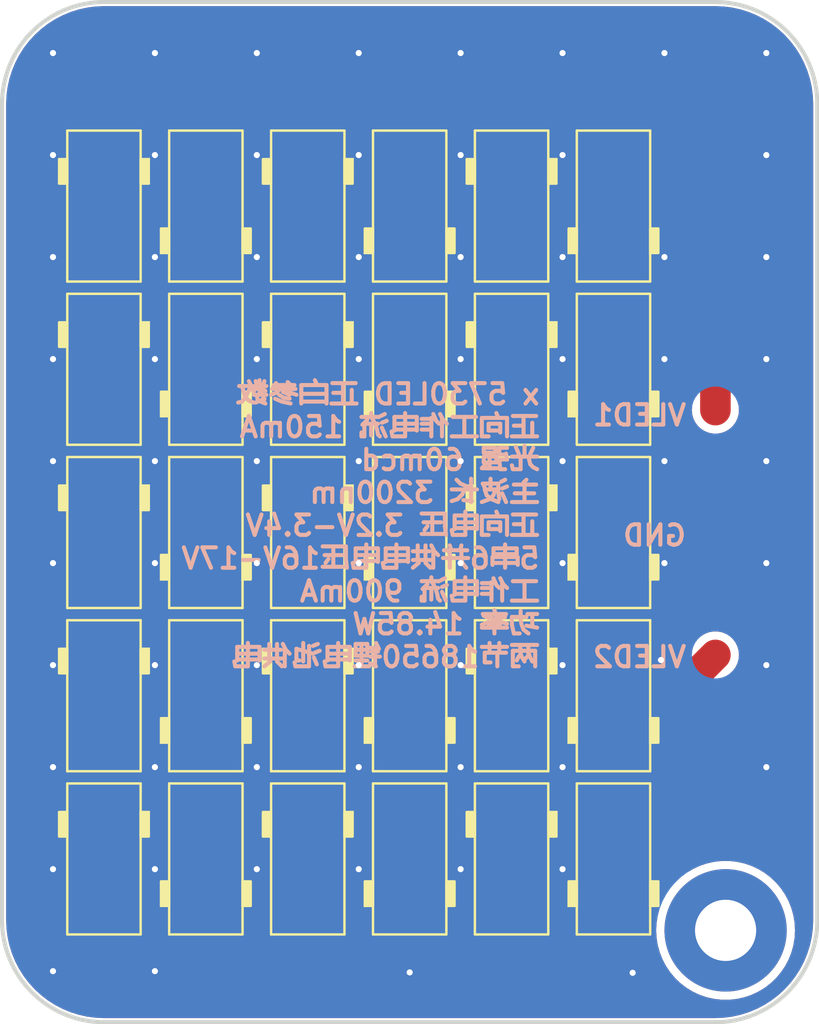
<source format=kicad_pcb>
(kicad_pcb (version 20240108) (generator "pcbnew") (generator_version "8.0")
  (layers (0 "F.Cu" signal) (31 "B.Cu" signal) (34 "B.Paste" user) (35 "F.Paste" user) (36 "B.SilkS" user "B.Silkscreen") (37 "F.SilkS" user "F.Silkscreen") (38 "B.Mask" user) (39 "F.Mask" user) (44 "Edge.Cuts" user))
  (net 0 "")
  (net 1 "GND")
  (net 2 "VLED1")
  (net 3 "VLED2")
  (net 5 "Net-(LED1-A)")
  (net 6 "Net-(LED2-A)")
  (net 7 "Net-(LED3-A)")
  (net 8 "Net-(LED4-A)")
  (net 9 "Net-(LED6-A)")
  (net 10 "Net-(LED7-A)")
  (net 11 "Net-(LED8-A)")
  (net 12 "Net-(LED10-K)")
  (net 13 "Net-(LED11-A)")
  (net 14 "Net-(LED12-A)")
  (net 15 "Net-(LED13-A)")
  (net 16 "Net-(LED14-A)")
  (net 17 "Net-(LED16-A)")
  (net 18 "Net-(LED17-A)")
  (net 19 "Net-(LED18-A)")
  (net 20 "Net-(LED19-A)")
  (net 21 "Net-(LED21-A)")
  (net 22 "Net-(LED22-A)")
  (net 23 "Net-(LED23-A)")
  (net 24 "Net-(LED24-A)")
  (net 25 "Net-(LED26-A)")
  (net 26 "Net-(LED27-A)")
  (net 27 "Net-(LED28-A)")
  (net 28 "Net-(LED29-A)")
  (footprint "PCM_LED_SMD_AKL:LED_Yuji_5730" (layer "F.Cu") (at 120 100 -90)
    (property "Reference" "LED11" (hide yes))
    (property "Value" "LED_PLCC2_5.7x3.0_Pad" (hide yes))
    (fp_line (start -3.7 1.8) (end 3.7 1.8) (stroke (width 0.12)) (layer "F.SilkS"))
    (fp_line (start 3.7 1.8) (end 3.7 -1.8) (stroke (width 0.12)) (layer "F.SilkS"))
    (fp_line (start -3.7 -1.8) (end -3.7 1.8) (stroke (width 0.12)) (layer "F.SilkS"))
    (fp_line (start 3.7 -1.8) (end -3.7 -1.8) (stroke (width 0.12)) (layer "F.SilkS"))
    (fp_rect (start -2.3 1.8) (end -1.1 2.2) (stroke (width 0.12)) (fill solid) (layer "F.SilkS"))
    (fp_rect (start -2.3 -2.2) (end -1.1 -1.8) (stroke (width 0.12)) (fill solid) (layer "F.SilkS"))
    (pad "1" smd roundrect (at -2.85 0 270) (size 1.1 1.7) (layers "F.Cu" "F.Paste" "F.Mask") (roundrect_rratio 0.2272727273) (net 2 "VLED1"))
    (pad "2" smd roundrect (at 2.85 0 270) (size 1.1 1.7) (layers "F.Cu" "F.Paste" "F.Mask") (roundrect_rratio 0.2272727273) (net 13 "Net-(LED11-A)"))
    (pad "3" smd roundrect (at 0.35 0 270) (size 2.5 1.7) (layers "F.Cu" "F.Mask") (roundrect_rratio 0.1470588235) (net 2 "VLED1"))
  )
  (footprint "PCM_LED_SMD_AKL:LED_Yuji_5730" (layer "F.Cu") (at 125 124 90)
    (property "Reference" "LED22" (hide yes))
    (property "Value" "LED_PLCC2_5.7x3.0_Pad" (hide yes))
    (fp_line (start 3.7 -1.8) (end -3.7 -1.8) (stroke (width 0.12)) (layer "F.SilkS"))
    (fp_line (start -3.7 -1.8) (end -3.7 1.8) (stroke (width 0.12)) (layer "F.SilkS"))
    (fp_line (start 3.7 1.8) (end 3.7 -1.8) (stroke (width 0.12)) (layer "F.SilkS"))
    (fp_line (start -3.7 1.8) (end 3.7 1.8) (stroke (width 0.12)) (layer "F.SilkS"))
    (fp_rect (start -2.3 -2.2) (end -1.1 -1.8) (stroke (width 0.12)) (fill solid) (layer "F.SilkS"))
    (fp_rect (start -2.3 1.8) (end -1.1 2.2) (stroke (width 0.12)) (fill solid) (layer "F.SilkS"))
    (pad "1" smd roundrect (at -2.85 0 90) (size 1.1 1.7) (layers "F.Cu" "F.Paste" "F.Mask") (roundrect_rratio 0.2272727273) (net 21 "Net-(LED21-A)"))
    (pad "2" smd roundrect (at 2.85 0 90) (size 1.1 1.7) (layers "F.Cu" "F.Paste" "F.Mask") (roundrect_rratio 0.2272727273) (net 22 "Net-(LED22-A)"))
    (pad "3" smd roundrect (at 0.35 0 90) (size 2.5 1.7) (layers "F.Cu" "F.Mask") (roundrect_rratio 0.1470588235) (net 21 "Net-(LED21-A)"))
  )
  (footprint "PCM_LED_SMD_AKL:LED_Yuji_5730" (layer "F.Cu") (at 115 100 90)
    (property "Reference" "LED30" (hide yes))
    (property "Value" "LED_PLCC2_5.7x3.0_Pad" (hide yes))
    (fp_line (start 3.7 -1.8) (end -3.7 -1.8) (stroke (width 0.12)) (layer "F.SilkS"))
    (fp_line (start -3.7 -1.8) (end -3.7 1.8) (stroke (width 0.12)) (layer "F.SilkS"))
    (fp_line (start 3.7 1.8) (end 3.7 -1.8) (stroke (width 0.12)) (layer "F.SilkS"))
    (fp_line (start -3.7 1.8) (end 3.7 1.8) (stroke (width 0.12)) (layer "F.SilkS"))
    (fp_rect (start -2.3 -2.2) (end -1.1 -1.8) (stroke (width 0.12)) (fill solid) (layer "F.SilkS"))
    (fp_rect (start -2.3 1.8) (end -1.1 2.2) (stroke (width 0.12)) (fill solid) (layer "F.SilkS"))
    (pad "1" smd roundrect (at -2.85 0 90) (size 1.1 1.7) (layers "F.Cu" "F.Paste" "F.Mask") (roundrect_rratio 0.2272727273) (net 28 "Net-(LED29-A)"))
    (pad "2" smd roundrect (at 2.85 0 90) (size 1.1 1.7) (layers "F.Cu" "F.Paste" "F.Mask") (roundrect_rratio 0.2272727273) (net 1 "GND"))
    (pad "3" smd roundrect (at 0.35 0 90) (size 2.5 1.7) (layers "F.Cu" "F.Mask") (roundrect_rratio 0.1470588235) (net 28 "Net-(LED29-A)"))
  )
  (footprint "PCM_LED_SMD_AKL:LED_Yuji_5730" (layer "F.Cu") (at 100 132 -90)
    (property "Reference" "LED5" (hide yes))
    (property "Value" "LED_PLCC2_5.7x3.0_Pad" (hide yes))
    (fp_line (start -3.7 1.8) (end 3.7 1.8) (stroke (width 0.12)) (layer "F.SilkS"))
    (fp_line (start 3.7 1.8) (end 3.7 -1.8) (stroke (width 0.12)) (layer "F.SilkS"))
    (fp_line (start -3.7 -1.8) (end -3.7 1.8) (stroke (width 0.12)) (layer "F.SilkS"))
    (fp_line (start 3.7 -1.8) (end -3.7 -1.8) (stroke (width 0.12)) (layer "F.SilkS"))
    (fp_rect (start -2.3 1.8) (end -1.1 2.2) (stroke (width 0.12)) (fill solid) (layer "F.SilkS"))
    (fp_rect (start -2.3 -2.2) (end -1.1 -1.8) (stroke (width 0.12)) (fill solid) (layer "F.SilkS"))
    (pad "1" smd roundrect (at -2.85 0 270) (size 1.1 1.7) (layers "F.Cu" "F.Paste" "F.Mask") (roundrect_rratio 0.2272727273) (net 8 "Net-(LED4-A)"))
    (pad "2" smd roundrect (at 2.85 0 270) (size 1.1 1.7) (layers "F.Cu" "F.Paste" "F.Mask") (roundrect_rratio 0.2272727273) (net 1 "GND"))
    (pad "3" smd roundrect (at 0.35 0 270) (size 2.5 1.7) (layers "F.Cu" "F.Mask") (roundrect_rratio 0.1470588235) (net 8 "Net-(LED4-A)"))
  )
  (footprint "PCM_LED_SMD_AKL:LED_Yuji_5730" (layer "F.Cu") (at 110 132 -90)
    (property "Reference" "LED10" (hide yes))
    (property "Value" "LED_PLCC2_5.7x3.0_Pad" (hide yes))
    (fp_line (start -3.7 1.8) (end 3.7 1.8) (stroke (width 0.12)) (layer "F.SilkS"))
    (fp_line (start 3.7 1.8) (end 3.7 -1.8) (stroke (width 0.12)) (layer "F.SilkS"))
    (fp_line (start -3.7 -1.8) (end -3.7 1.8) (stroke (width 0.12)) (layer "F.SilkS"))
    (fp_line (start 3.7 -1.8) (end -3.7 -1.8) (stroke (width 0.12)) (layer "F.SilkS"))
    (fp_rect (start -2.3 1.8) (end -1.1 2.2) (stroke (width 0.12)) (fill solid) (layer "F.SilkS"))
    (fp_rect (start -2.3 -2.2) (end -1.1 -1.8) (stroke (width 0.12)) (fill solid) (layer "F.SilkS"))
    (pad "1" smd roundrect (at -2.85 0 270) (size 1.1 1.7) (layers "F.Cu" "F.Paste" "F.Mask") (roundrect_rratio 0.2272727273) (net 12 "Net-(LED10-K)"))
    (pad "2" smd roundrect (at 2.85 0 270) (size 1.1 1.7) (layers "F.Cu" "F.Paste" "F.Mask") (roundrect_rratio 0.2272727273) (net 1 "GND"))
    (pad "3" smd roundrect (at 0.35 0 270) (size 2.5 1.7) (layers "F.Cu" "F.Mask") (roundrect_rratio 0.1470588235) (net 12 "Net-(LED10-K)"))
  )
  (footprint "PCM_LED_SMD_AKL:LED_Yuji_5730" (layer "F.Cu") (at 105 100 90)
    (property "Reference" "LED20" (hide yes))
    (property "Value" "LED_PLCC2_5.7x3.0_Pad" (hide yes))
    (fp_line (start 3.7 -1.8) (end -3.7 -1.8) (stroke (width 0.12)) (layer "F.SilkS"))
    (fp_line (start -3.7 -1.8) (end -3.7 1.8) (stroke (width 0.12)) (layer "F.SilkS"))
    (fp_line (start 3.7 1.8) (end 3.7 -1.8) (stroke (width 0.12)) (layer "F.SilkS"))
    (fp_line (start -3.7 1.8) (end 3.7 1.8) (stroke (width 0.12)) (layer "F.SilkS"))
    (fp_rect (start -2.3 -2.2) (end -1.1 -1.8) (stroke (width 0.12)) (fill solid) (layer "F.SilkS"))
    (fp_rect (start -2.3 1.8) (end -1.1 2.2) (stroke (width 0.12)) (fill solid) (layer "F.SilkS"))
    (pad "1" smd roundrect (at -2.85 0 90) (size 1.1 1.7) (layers "F.Cu" "F.Paste" "F.Mask") (roundrect_rratio 0.2272727273) (net 20 "Net-(LED19-A)"))
    (pad "2" smd roundrect (at 2.85 0 90) (size 1.1 1.7) (layers "F.Cu" "F.Paste" "F.Mask") (roundrect_rratio 0.2272727273) (net 1 "GND"))
    (pad "3" smd roundrect (at 0.35 0 90) (size 2.5 1.7) (layers "F.Cu" "F.Mask") (roundrect_rratio 0.1470588235) (net 20 "Net-(LED19-A)"))
  )
  (footprint "PCM_LED_SMD_AKL:LED_Yuji_5730" (layer "F.Cu") (at 110 124 -90)
    (property "Reference" "LED9" (hide yes))
    (property "Value" "LED_PLCC2_5.7x3.0_Pad" (hide yes))
    (fp_line (start -3.7 1.8) (end 3.7 1.8) (stroke (width 0.12)) (layer "F.SilkS"))
    (fp_line (start 3.7 1.8) (end 3.7 -1.8) (stroke (width 0.12)) (layer "F.SilkS"))
    (fp_line (start -3.7 -1.8) (end -3.7 1.8) (stroke (width 0.12)) (layer "F.SilkS"))
    (fp_line (start 3.7 -1.8) (end -3.7 -1.8) (stroke (width 0.12)) (layer "F.SilkS"))
    (fp_rect (start -2.3 1.8) (end -1.1 2.2) (stroke (width 0.12)) (fill solid) (layer "F.SilkS"))
    (fp_rect (start -2.3 -2.2) (end -1.1 -1.8) (stroke (width 0.12)) (fill solid) (layer "F.SilkS"))
    (pad "1" smd roundrect (at -2.85 0 270) (size 1.1 1.7) (layers "F.Cu" "F.Paste" "F.Mask") (roundrect_rratio 0.2272727273) (net 11 "Net-(LED8-A)"))
    (pad "2" smd roundrect (at 2.85 0 270) (size 1.1 1.7) (layers "F.Cu" "F.Paste" "F.Mask") (roundrect_rratio 0.2272727273) (net 12 "Net-(LED10-K)"))
    (pad "3" smd roundrect (at 0.35 0 270) (size 2.5 1.7) (layers "F.Cu" "F.Mask") (roundrect_rratio 0.1470588235) (net 11 "Net-(LED8-A)"))
  )
  (footprint "PCM_LED_SMD_AKL:LED_Yuji_5730" (layer "F.Cu") (at 125 116 90)
    (property "Reference" "LED23" (hide yes))
    (property "Value" "LED_PLCC2_5.7x3.0_Pad" (hide yes))
    (fp_line (start 3.7 -1.8) (end -3.7 -1.8) (stroke (width 0.12)) (layer "F.SilkS"))
    (fp_line (start -3.7 -1.8) (end -3.7 1.8) (stroke (width 0.12)) (layer "F.SilkS"))
    (fp_line (start 3.7 1.8) (end 3.7 -1.8) (stroke (width 0.12)) (layer "F.SilkS"))
    (fp_line (start -3.7 1.8) (end 3.7 1.8) (stroke (width 0.12)) (layer "F.SilkS"))
    (fp_rect (start -2.3 -2.2) (end -1.1 -1.8) (stroke (width 0.12)) (fill solid) (layer "F.SilkS"))
    (fp_rect (start -2.3 1.8) (end -1.1 2.2) (stroke (width 0.12)) (fill solid) (layer "F.SilkS"))
    (pad "1" smd roundrect (at -2.85 0 90) (size 1.1 1.7) (layers "F.Cu" "F.Paste" "F.Mask") (roundrect_rratio 0.2272727273) (net 22 "Net-(LED22-A)"))
    (pad "2" smd roundrect (at 2.85 0 90) (size 1.1 1.7) (layers "F.Cu" "F.Paste" "F.Mask") (roundrect_rratio 0.2272727273) (net 23 "Net-(LED23-A)"))
    (pad "3" smd roundrect (at 0.35 0 90) (size 2.5 1.7) (layers "F.Cu" "F.Mask") (roundrect_rratio 0.1470588235) (net 22 "Net-(LED22-A)"))
  )
  (footprint "PCM_LED_SMD_AKL:LED_Yuji_5730" (layer "F.Cu") (at 100 100 -90)
    (property "Reference" "LED1" (hide yes))
    (property "Value" "LED_PLCC2_5.7x3.0_Pad" (hide yes))
    (fp_line (start -3.7 1.8) (end 3.7 1.8) (stroke (width 0.12)) (layer "F.SilkS"))
    (fp_line (start 3.7 1.8) (end 3.7 -1.8) (stroke (width 0.12)) (layer "F.SilkS"))
    (fp_line (start -3.7 -1.8) (end -3.7 1.8) (stroke (width 0.12)) (layer "F.SilkS"))
    (fp_line (start 3.7 -1.8) (end -3.7 -1.8) (stroke (width 0.12)) (layer "F.SilkS"))
    (fp_rect (start -2.3 1.8) (end -1.1 2.2) (stroke (width 0.12)) (fill solid) (layer "F.SilkS"))
    (fp_rect (start -2.3 -2.2) (end -1.1 -1.8) (stroke (width 0.12)) (fill solid) (layer "F.SilkS"))
    (pad "1" smd roundrect (at -2.85 0 270) (size 1.1 1.7) (layers "F.Cu" "F.Paste" "F.Mask") (roundrect_rratio 0.2272727273) (net 2 "VLED1"))
    (pad "2" smd roundrect (at 2.85 0 270) (size 1.1 1.7) (layers "F.Cu" "F.Paste" "F.Mask") (roundrect_rratio 0.2272727273) (net 5 "Net-(LED1-A)"))
    (pad "3" smd roundrect (at 0.35 0 270) (size 2.5 1.7) (layers "F.Cu" "F.Mask") (roundrect_rratio 0.1470588235) (net 2 "VLED1"))
  )
  (footprint "PCM_LED_SMD_AKL:LED_Yuji_5730" (layer "F.Cu") (at 100 116 -90)
    (property "Reference" "LED3" (hide yes))
    (property "Value" "LED_PLCC2_5.7x3.0_Pad" (hide yes))
    (fp_line (start -3.7 1.8) (end 3.7 1.8) (stroke (width 0.12)) (layer "F.SilkS"))
    (fp_line (start 3.7 1.8) (end 3.7 -1.8) (stroke (width 0.12)) (layer "F.SilkS"))
    (fp_line (start -3.7 -1.8) (end -3.7 1.8) (stroke (width 0.12)) (layer "F.SilkS"))
    (fp_line (start 3.7 -1.8) (end -3.7 -1.8) (stroke (width 0.12)) (layer "F.SilkS"))
    (fp_rect (start -2.3 1.8) (end -1.1 2.2) (stroke (width 0.12)) (fill solid) (layer "F.SilkS"))
    (fp_rect (start -2.3 -2.2) (end -1.1 -1.8) (stroke (width 0.12)) (fill solid) (layer "F.SilkS"))
    (pad "1" smd roundrect (at -2.85 0 270) (size 1.1 1.7) (layers "F.Cu" "F.Paste" "F.Mask") (roundrect_rratio 0.2272727273) (net 6 "Net-(LED2-A)"))
    (pad "2" smd roundrect (at 2.85 0 270) (size 1.1 1.7) (layers "F.Cu" "F.Paste" "F.Mask") (roundrect_rratio 0.2272727273) (net 7 "Net-(LED3-A)"))
    (pad "3" smd roundrect (at 0.35 0 270) (size 2.5 1.7) (layers "F.Cu" "F.Mask") (roundrect_rratio 0.1470588235) (net 6 "Net-(LED2-A)"))
  )
  (footprint "PCM_LED_SMD_AKL:LED_Yuji_5730" (layer "F.Cu") (at 115 124 90)
    (property "Reference" "LED27" (hide yes))
    (property "Value" "LED_PLCC2_5.7x3.0_Pad" (hide yes))
    (fp_line (start 3.7 -1.8) (end -3.7 -1.8) (stroke (width 0.12)) (layer "F.SilkS"))
    (fp_line (start -3.7 -1.8) (end -3.7 1.8) (stroke (width 0.12)) (layer "F.SilkS"))
    (fp_line (start 3.7 1.8) (end 3.7 -1.8) (stroke (width 0.12)) (layer "F.SilkS"))
    (fp_line (start -3.7 1.8) (end 3.7 1.8) (stroke (width 0.12)) (layer "F.SilkS"))
    (fp_rect (start -2.3 -2.2) (end -1.1 -1.8) (stroke (width 0.12)) (fill solid) (layer "F.SilkS"))
    (fp_rect (start -2.3 1.8) (end -1.1 2.2) (stroke (width 0.12)) (fill solid) (layer "F.SilkS"))
    (pad "1" smd roundrect (at -2.85 0 90) (size 1.1 1.7) (layers "F.Cu" "F.Paste" "F.Mask") (roundrect_rratio 0.2272727273) (net 25 "Net-(LED26-A)"))
    (pad "2" smd roundrect (at 2.85 0 90) (size 1.1 1.7) (layers "F.Cu" "F.Paste" "F.Mask") (roundrect_rratio 0.2272727273) (net 26 "Net-(LED27-A)"))
    (pad "3" smd roundrect (at 0.35 0 90) (size 2.5 1.7) (layers "F.Cu" "F.Mask") (roundrect_rratio 0.1470588235) (net 25 "Net-(LED26-A)"))
  )
  (footprint "PCM_LED_SMD_AKL:LED_Yuji_5730" (layer "F.Cu") (at 105 132 90)
    (property "Reference" "LED16" (hide yes))
    (property "Value" "LED_PLCC2_5.7x3.0_Pad" (hide yes))
    (fp_line (start 3.7 -1.8) (end -3.7 -1.8) (stroke (width 0.12)) (layer "F.SilkS"))
    (fp_line (start -3.7 -1.8) (end -3.7 1.8) (stroke (width 0.12)) (layer "F.SilkS"))
    (fp_line (start 3.7 1.8) (end 3.7 -1.8) (stroke (width 0.12)) (layer "F.SilkS"))
    (fp_line (start -3.7 1.8) (end 3.7 1.8) (stroke (width 0.12)) (layer "F.SilkS"))
    (fp_rect (start -2.3 -2.2) (end -1.1 -1.8) (stroke (width 0.12)) (fill solid) (layer "F.SilkS"))
    (fp_rect (start -2.3 1.8) (end -1.1 2.2) (stroke (width 0.12)) (fill solid) (layer "F.SilkS"))
    (pad "1" smd roundrect (at -2.85 0 90) (size 1.1 1.7) (layers "F.Cu" "F.Paste" "F.Mask") (roundrect_rratio 0.2272727273) (net 3 "VLED2"))
    (pad "2" smd roundrect (at 2.85 0 90) (size 1.1 1.7) (layers "F.Cu" "F.Paste" "F.Mask") (roundrect_rratio 0.2272727273) (net 17 "Net-(LED16-A)"))
    (pad "3" smd roundrect (at 0.35 0 90) (size 2.5 1.7) (layers "F.Cu" "F.Mask") (roundrect_rratio 0.1470588235) (net 3 "VLED2"))
  )
  (footprint "PCM_LED_SMD_AKL:LED_Yuji_5730" (layer "F.Cu") (at 100 108 -90)
    (property "Reference" "LED2" (hide yes))
    (property "Value" "LED_PLCC2_5.7x3.0_Pad" (hide yes))
    (fp_line (start -3.7 1.8) (end 3.7 1.8) (stroke (width 0.12)) (layer "F.SilkS"))
    (fp_line (start 3.7 1.8) (end 3.7 -1.8) (stroke (width 0.12)) (layer "F.SilkS"))
    (fp_line (start -3.7 -1.8) (end -3.7 1.8) (stroke (width 0.12)) (layer "F.SilkS"))
    (fp_line (start 3.7 -1.8) (end -3.7 -1.8) (stroke (width 0.12)) (layer "F.SilkS"))
    (fp_rect (start -2.3 1.8) (end -1.1 2.2) (stroke (width 0.12)) (fill solid) (layer "F.SilkS"))
    (fp_rect (start -2.3 -2.2) (end -1.1 -1.8) (stroke (width 0.12)) (fill solid) (layer "F.SilkS"))
    (pad "1" smd roundrect (at -2.85 0 270) (size 1.1 1.7) (layers "F.Cu" "F.Paste" "F.Mask") (roundrect_rratio 0.2272727273) (net 5 "Net-(LED1-A)"))
    (pad "2" smd roundrect (at 2.85 0 270) (size 1.1 1.7) (layers "F.Cu" "F.Paste" "F.Mask") (roundrect_rratio 0.2272727273) (net 6 "Net-(LED2-A)"))
    (pad "3" smd roundrect (at 0.35 0 270) (size 2.5 1.7) (layers "F.Cu" "F.Mask") (roundrect_rratio 0.1470588235) (net 5 "Net-(LED1-A)"))
  )
  (footprint "PCM_LED_SMD_AKL:LED_Yuji_5730" (layer "F.Cu") (at 115 116 90)
    (property "Reference" "LED28" (hide yes))
    (property "Value" "LED_PLCC2_5.7x3.0_Pad" (hide yes))
    (fp_line (start 3.7 -1.8) (end -3.7 -1.8) (stroke (width 0.12)) (layer "F.SilkS"))
    (fp_line (start -3.7 -1.8) (end -3.7 1.8) (stroke (width 0.12)) (layer "F.SilkS"))
    (fp_line (start 3.7 1.8) (end 3.7 -1.8) (stroke (width 0.12)) (layer "F.SilkS"))
    (fp_line (start -3.7 1.8) (end 3.7 1.8) (stroke (width 0.12)) (layer "F.SilkS"))
    (fp_rect (start -2.3 -2.2) (end -1.1 -1.8) (stroke (width 0.12)) (fill solid) (layer "F.SilkS"))
    (fp_rect (start -2.3 1.8) (end -1.1 2.2) (stroke (width 0.12)) (fill solid) (layer "F.SilkS"))
    (pad "1" smd roundrect (at -2.85 0 90) (size 1.1 1.7) (layers "F.Cu" "F.Paste" "F.Mask") (roundrect_rratio 0.2272727273) (net 26 "Net-(LED27-A)"))
    (pad "2" smd roundrect (at 2.85 0 90) (size 1.1 1.7) (layers "F.Cu" "F.Paste" "F.Mask") (roundrect_rratio 0.2272727273) (net 27 "Net-(LED28-A)"))
    (pad "3" smd roundrect (at 0.35 0 90) (size 2.5 1.7) (layers "F.Cu" "F.Mask") (roundrect_rratio 0.1470588235) (net 26 "Net-(LED27-A)"))
  )
  (footprint "PCM_LED_SMD_AKL:LED_Yuji_5730" (layer "F.Cu") (at 115 132 90)
    (property "Reference" "LED26" (hide yes))
    (property "Value" "LED_PLCC2_5.7x3.0_Pad" (hide yes))
    (fp_line (start 3.7 -1.8) (end -3.7 -1.8) (stroke (width 0.12)) (layer "F.SilkS"))
    (fp_line (start -3.7 -1.8) (end -3.7 1.8) (stroke (width 0.12)) (layer "F.SilkS"))
    (fp_line (start 3.7 1.8) (end 3.7 -1.8) (stroke (width 0.12)) (layer "F.SilkS"))
    (fp_line (start -3.7 1.8) (end 3.7 1.8) (stroke (width 0.12)) (layer "F.SilkS"))
    (fp_rect (start -2.3 -2.2) (end -1.1 -1.8) (stroke (width 0.12)) (fill solid) (layer "F.SilkS"))
    (fp_rect (start -2.3 1.8) (end -1.1 2.2) (stroke (width 0.12)) (fill solid) (layer "F.SilkS"))
    (pad "1" smd roundrect (at -2.85 0 90) (size 1.1 1.7) (layers "F.Cu" "F.Paste" "F.Mask") (roundrect_rratio 0.2272727273) (net 3 "VLED2"))
    (pad "2" smd roundrect (at 2.85 0 90) (size 1.1 1.7) (layers "F.Cu" "F.Paste" "F.Mask") (roundrect_rratio 0.2272727273) (net 25 "Net-(LED26-A)"))
    (pad "3" smd roundrect (at 0.35 0 90) (size 2.5 1.7) (layers "F.Cu" "F.Mask") (roundrect_rratio 0.1470588235) (net 3 "VLED2"))
  )
  (footprint "PCM_LED_SMD_AKL:LED_Yuji_5730" (layer "F.Cu") (at 105 124 90)
    (property "Reference" "LED17" (hide yes))
    (property "Value" "LED_PLCC2_5.7x3.0_Pad" (hide yes))
    (fp_line (start 3.7 -1.8) (end -3.7 -1.8) (stroke (width 0.12)) (layer "F.SilkS"))
    (fp_line (start -3.7 -1.8) (end -3.7 1.8) (stroke (width 0.12)) (layer "F.SilkS"))
    (fp_line (start 3.7 1.8) (end 3.7 -1.8) (stroke (width 0.12)) (layer "F.SilkS"))
    (fp_line (start -3.7 1.8) (end 3.7 1.8) (stroke (width 0.12)) (layer "F.SilkS"))
    (fp_rect (start -2.3 -2.2) (end -1.1 -1.8) (stroke (width 0.12)) (fill solid) (layer "F.SilkS"))
    (fp_rect (start -2.3 1.8) (end -1.1 2.2) (stroke (width 0.12)) (fill solid) (layer "F.SilkS"))
    (pad "1" smd roundrect (at -2.85 0 90) (size 1.1 1.7) (layers "F.Cu" "F.Paste" "F.Mask") (roundrect_rratio 0.2272727273) (net 17 "Net-(LED16-A)"))
    (pad "2" smd roundrect (at 2.85 0 90) (size 1.1 1.7) (layers "F.Cu" "F.Paste" "F.Mask") (roundrect_rratio 0.2272727273) (net 18 "Net-(LED17-A)"))
    (pad "3" smd roundrect (at 0.35 0 90) (size 2.5 1.7) (layers "F.Cu" "F.Mask") (roundrect_rratio 0.1470588235) (net 17 "Net-(LED16-A)"))
  )
  (footprint "PCM_LED_SMD_AKL:LED_Yuji_5730" (layer "F.Cu") (at 120 124 -90)
    (property "Reference" "LED14" (hide yes))
    (property "Value" "LED_PLCC2_5.7x3.0_Pad" (hide yes))
    (fp_line (start -3.7 1.8) (end 3.7 1.8) (stroke (width 0.12)) (layer "F.SilkS"))
    (fp_line (start 3.7 1.8) (end 3.7 -1.8) (stroke (width 0.12)) (layer "F.SilkS"))
    (fp_line (start -3.7 -1.8) (end -3.7 1.8) (stroke (width 0.12)) (layer "F.SilkS"))
    (fp_line (start 3.7 -1.8) (end -3.7 -1.8) (stroke (width 0.12)) (layer "F.SilkS"))
    (fp_rect (start -2.3 1.8) (end -1.1 2.2) (stroke (width 0.12)) (fill solid) (layer "F.SilkS"))
    (fp_rect (start -2.3 -2.2) (end -1.1 -1.8) (stroke (width 0.12)) (fill solid) (layer "F.SilkS"))
    (pad "1" smd roundrect (at -2.85 0 270) (size 1.1 1.7) (layers "F.Cu" "F.Paste" "F.Mask") (roundrect_rratio 0.2272727273) (net 15 "Net-(LED13-A)"))
    (pad "2" smd roundrect (at 2.85 0 270) (size 1.1 1.7) (layers "F.Cu" "F.Paste" "F.Mask") (roundrect_rratio 0.2272727273) (net 16 "Net-(LED14-A)"))
    (pad "3" smd roundrect (at 0.35 0 270) (size 2.5 1.7) (layers "F.Cu" "F.Mask") (roundrect_rratio 0.1470588235) (net 15 "Net-(LED13-A)"))
  )
  (footprint "PCM_LED_SMD_AKL:LED_Yuji_5730" (layer "F.Cu") (at 110 116 -90)
    (property "Reference" "LED8" (hide yes))
    (property "Value" "LED_PLCC2_5.7x3.0_Pad" (hide yes))
    (fp_line (start -3.7 1.8) (end 3.7 1.8) (stroke (width 0.12)) (layer "F.SilkS"))
    (fp_line (start 3.7 1.8) (end 3.7 -1.8) (stroke (width 0.12)) (layer "F.SilkS"))
    (fp_line (start -3.7 -1.8) (end -3.7 1.8) (stroke (width 0.12)) (layer "F.SilkS"))
    (fp_line (start 3.7 -1.8) (end -3.7 -1.8) (stroke (width 0.12)) (layer "F.SilkS"))
    (fp_rect (start -2.3 1.8) (end -1.1 2.2) (stroke (width 0.12)) (fill solid) (layer "F.SilkS"))
    (fp_rect (start -2.3 -2.2) (end -1.1 -1.8) (stroke (width 0.12)) (fill solid) (layer "F.SilkS"))
    (pad "1" smd roundrect (at -2.85 0 270) (size 1.1 1.7) (layers "F.Cu" "F.Paste" "F.Mask") (roundrect_rratio 0.2272727273) (net 10 "Net-(LED7-A)"))
    (pad "2" smd roundrect (at 2.85 0 270) (size 1.1 1.7) (layers "F.Cu" "F.Paste" "F.Mask") (roundrect_rratio 0.2272727273) (net 11 "Net-(LED8-A)"))
    (pad "3" smd roundrect (at 0.35 0 270) (size 2.5 1.7) (layers "F.Cu" "F.Mask") (roundrect_rratio 0.1470588235) (net 10 "Net-(LED7-A)"))
  )
  (footprint "PCM_LED_SMD_AKL:LED_Yuji_5730" (layer "F.Cu") (at 105 108 90)
    (property "Reference" "LED19" (hide yes))
    (property "Value" "LED_PLCC2_5.7x3.0_Pad" (hide yes))
    (fp_line (start 3.7 -1.8) (end -3.7 -1.8) (stroke (width 0.12)) (layer "F.SilkS"))
    (fp_line (start -3.7 -1.8) (end -3.7 1.8) (stroke (width 0.12)) (layer "F.SilkS"))
    (fp_line (start 3.7 1.8) (end 3.7 -1.8) (stroke (width 0.12)) (layer "F.SilkS"))
    (fp_line (start -3.7 1.8) (end 3.7 1.8) (stroke (width 0.12)) (layer "F.SilkS"))
    (fp_rect (start -2.3 -2.2) (end -1.1 -1.8) (stroke (width 0.12)) (fill solid) (layer "F.SilkS"))
    (fp_rect (start -2.3 1.8) (end -1.1 2.2) (stroke (width 0.12)) (fill solid) (layer "F.SilkS"))
    (pad "1" smd roundrect (at -2.85 0 90) (size 1.1 1.7) (layers "F.Cu" "F.Paste" "F.Mask") (roundrect_rratio 0.2272727273) (net 19 "Net-(LED18-A)"))
    (pad "2" smd roundrect (at 2.85 0 90) (size 1.1 1.7) (layers "F.Cu" "F.Paste" "F.Mask") (roundrect_rratio 0.2272727273) (net 20 "Net-(LED19-A)"))
    (pad "3" smd roundrect (at 0.35 0 90) (size 2.5 1.7) (layers "F.Cu" "F.Mask") (roundrect_rratio 0.1470588235) (net 19 "Net-(LED18-A)"))
  )
  (footprint "PCM_LED_SMD_AKL:LED_Yuji_5730" (layer "F.Cu") (at 120 108 -90)
    (property "Reference" "LED12" (hide yes))
    (property "Value" "LED_PLCC2_5.7x3.0_Pad" (hide yes))
    (fp_line (start -3.7 1.8) (end 3.7 1.8) (stroke (width 0.12)) (layer "F.SilkS"))
    (fp_line (start 3.7 1.8) (end 3.7 -1.8) (stroke (width 0.12)) (layer "F.SilkS"))
    (fp_line (start -3.7 -1.8) (end -3.7 1.8) (stroke (width 0.12)) (layer "F.SilkS"))
    (fp_line (start 3.7 -1.8) (end -3.7 -1.8) (stroke (width 0.12)) (layer "F.SilkS"))
    (fp_rect (start -2.3 1.8) (end -1.1 2.2) (stroke (width 0.12)) (fill solid) (layer "F.SilkS"))
    (fp_rect (start -2.3 -2.2) (end -1.1 -1.8) (stroke (width 0.12)) (fill solid) (layer "F.SilkS"))
    (pad "1" smd roundrect (at -2.85 0 270) (size 1.1 1.7) (layers "F.Cu" "F.Paste" "F.Mask") (roundrect_rratio 0.2272727273) (net 13 "Net-(LED11-A)"))
    (pad "2" smd roundrect (at 2.85 0 270) (size 1.1 1.7) (layers "F.Cu" "F.Paste" "F.Mask") (roundrect_rratio 0.2272727273) (net 14 "Net-(LED12-A)"))
    (pad "3" smd roundrect (at 0.35 0 270) (size 2.5 1.7) (layers "F.Cu" "F.Mask") (roundrect_rratio 0.1470588235) (net 13 "Net-(LED11-A)"))
  )
  (footprint "MountingHole:MountingHole_3mm_Pad" (layer "F.Cu") (at 130.5 135.5)
    (property "Reference" "H1" (hide yes))
    (property "Value" "~" (hide yes))
    (pad "1" thru_hole circle (at 0 0) (size 6 6) (drill 3) (layers "*.Cu" "*.Mask"))
  )
  (footprint "PCM_LED_SMD_AKL:LED_Yuji_5730" (layer "F.Cu") (at 110 108 -90)
    (property "Reference" "LED7" (hide yes))
    (property "Value" "LED_PLCC2_5.7x3.0_Pad" (hide yes))
    (fp_line (start -3.7 1.8) (end 3.7 1.8) (stroke (width 0.12)) (layer "F.SilkS"))
    (fp_line (start 3.7 1.8) (end 3.7 -1.8) (stroke (width 0.12)) (layer "F.SilkS"))
    (fp_line (start -3.7 -1.8) (end -3.7 1.8) (stroke (width 0.12)) (layer "F.SilkS"))
    (fp_line (start 3.7 -1.8) (end -3.7 -1.8) (stroke (width 0.12)) (layer "F.SilkS"))
    (fp_rect (start -2.3 1.8) (end -1.1 2.2) (stroke (width 0.12)) (fill solid) (layer "F.SilkS"))
    (fp_rect (start -2.3 -2.2) (end -1.1 -1.8) (stroke (width 0.12)) (fill solid) (layer "F.SilkS"))
    (pad "1" smd roundrect (at -2.85 0 270) (size 1.1 1.7) (layers "F.Cu" "F.Paste" "F.Mask") (roundrect_rratio 0.2272727273) (net 9 "Net-(LED6-A)"))
    (pad "2" smd roundrect (at 2.85 0 270) (size 1.1 1.7) (layers "F.Cu" "F.Paste" "F.Mask") (roundrect_rratio 0.2272727273) (net 10 "Net-(LED7-A)"))
    (pad "3" smd roundrect (at 0.35 0 270) (size 2.5 1.7) (layers "F.Cu" "F.Mask") (roundrect_rratio 0.1470588235) (net 9 "Net-(LED6-A)"))
  )
  (footprint "PCM_LED_SMD_AKL:LED_Yuji_5730" (layer "F.Cu") (at 100 124 -90)
    (property "Reference" "LED4" (hide yes))
    (property "Value" "LED_PLCC2_5.7x3.0_Pad" (hide yes))
    (fp_line (start -3.7 1.8) (end 3.7 1.8) (stroke (width 0.12)) (layer "F.SilkS"))
    (fp_line (start 3.7 1.8) (end 3.7 -1.8) (stroke (width 0.12)) (layer "F.SilkS"))
    (fp_line (start -3.7 -1.8) (end -3.7 1.8) (stroke (width 0.12)) (layer "F.SilkS"))
    (fp_line (start 3.7 -1.8) (end -3.7 -1.8) (stroke (width 0.12)) (layer "F.SilkS"))
    (fp_rect (start -2.3 1.8) (end -1.1 2.2) (stroke (width 0.12)) (fill solid) (layer "F.SilkS"))
    (fp_rect (start -2.3 -2.2) (end -1.1 -1.8) (stroke (width 0.12)) (fill solid) (layer "F.SilkS"))
    (pad "1" smd roundrect (at -2.85 0 270) (size 1.1 1.7) (layers "F.Cu" "F.Paste" "F.Mask") (roundrect_rratio 0.2272727273) (net 7 "Net-(LED3-A)"))
    (pad "2" smd roundrect (at 2.85 0 270) (size 1.1 1.7) (layers "F.Cu" "F.Paste" "F.Mask") (roundrect_rratio 0.2272727273) (net 8 "Net-(LED4-A)"))
    (pad "3" smd roundrect (at 0.35 0 270) (size 2.5 1.7) (layers "F.Cu" "F.Mask") (roundrect_rratio 0.1470588235) (net 7 "Net-(LED3-A)"))
  )
  (footprint "PCM_LED_SMD_AKL:LED_Yuji_5730" (layer "F.Cu") (at 115 108 90)
    (property "Reference" "LED29" (hide yes))
    (property "Value" "LED_PLCC2_5.7x3.0_Pad" (hide yes))
    (fp_line (start 3.7 -1.8) (end -3.7 -1.8) (stroke (width 0.12)) (layer "F.SilkS"))
    (fp_line (start -3.7 -1.8) (end -3.7 1.8) (stroke (width 0.12)) (layer "F.SilkS"))
    (fp_line (start 3.7 1.8) (end 3.7 -1.8) (stroke (width 0.12)) (layer "F.SilkS"))
    (fp_line (start -3.7 1.8) (end 3.7 1.8) (stroke (width 0.12)) (layer "F.SilkS"))
    (fp_rect (start -2.3 -2.2) (end -1.1 -1.8) (stroke (width 0.12)) (fill solid) (layer "F.SilkS"))
    (fp_rect (start -2.3 1.8) (end -1.1 2.2) (stroke (width 0.12)) (fill solid) (layer "F.SilkS"))
    (pad "1" smd roundrect (at -2.85 0 90) (size 1.1 1.7) (layers "F.Cu" "F.Paste" "F.Mask") (roundrect_rratio 0.2272727273) (net 27 "Net-(LED28-A)"))
    (pad "2" smd roundrect (at 2.85 0 90) (size 1.1 1.7) (layers "F.Cu" "F.Paste" "F.Mask") (roundrect_rratio 0.2272727273) (net 28 "Net-(LED29-A)"))
    (pad "3" smd roundrect (at 0.35 0 90) (size 2.5 1.7) (layers "F.Cu" "F.Mask") (roundrect_rratio 0.1470588235) (net 27 "Net-(LED28-A)"))
  )
  (footprint "PCM_LED_SMD_AKL:LED_Yuji_5730" (layer "F.Cu") (at 120 132 -90)
    (property "Reference" "LED15" (hide yes))
    (property "Value" "LED_PLCC2_5.7x3.0_Pad" (hide yes))
    (fp_line (start -3.7 1.8) (end 3.7 1.8) (stroke (width 0.12)) (layer "F.SilkS"))
    (fp_line (start 3.7 1.8) (end 3.7 -1.8) (stroke (width 0.12)) (layer "F.SilkS"))
    (fp_line (start -3.7 -1.8) (end -3.7 1.8) (stroke (width 0.12)) (layer "F.SilkS"))
    (fp_line (start 3.7 -1.8) (end -3.7 -1.8) (stroke (width 0.12)) (layer "F.SilkS"))
    (fp_rect (start -2.3 1.8) (end -1.1 2.2) (stroke (width 0.12)) (fill solid) (layer "F.SilkS"))
    (fp_rect (start -2.3 -2.2) (end -1.1 -1.8) (stroke (width 0.12)) (fill solid) (layer "F.SilkS"))
    (pad "1" smd roundrect (at -2.85 0 270) (size 1.1 1.7) (layers "F.Cu" "F.Paste" "F.Mask") (roundrect_rratio 0.2272727273) (net 16 "Net-(LED14-A)"))
    (pad "2" smd roundrect (at 2.85 0 270) (size 1.1 1.7) (layers "F.Cu" "F.Paste" "F.Mask") (roundrect_rratio 0.2272727273) (net 1 "GND"))
    (pad "3" smd roundrect (at 0.35 0 270) (size 2.5 1.7) (layers "F.Cu" "F.Mask") (roundrect_rratio 0.1470588235) (net 16 "Net-(LED14-A)"))
  )
  (footprint "PCM_LED_SMD_AKL:LED_Yuji_5730" (layer "F.Cu") (at 125 108 90)
    (property "Reference" "LED24" (hide yes))
    (property "Value" "LED_PLCC2_5.7x3.0_Pad" (hide yes))
    (fp_line (start 3.7 -1.8) (end -3.7 -1.8) (stroke (width 0.12)) (layer "F.SilkS"))
    (fp_line (start -3.7 -1.8) (end -3.7 1.8) (stroke (width 0.12)) (layer "F.SilkS"))
    (fp_line (start 3.7 1.8) (end 3.7 -1.8) (stroke (width 0.12)) (layer "F.SilkS"))
    (fp_line (start -3.7 1.8) (end 3.7 1.8) (stroke (width 0.12)) (layer "F.SilkS"))
    (fp_rect (start -2.3 -2.2) (end -1.1 -1.8) (stroke (width 0.12)) (fill solid) (layer "F.SilkS"))
    (fp_rect (start -2.3 1.8) (end -1.1 2.2) (stroke (width 0.12)) (fill solid) (layer "F.SilkS"))
    (pad "1" smd roundrect (at -2.85 0 90) (size 1.1 1.7) (layers "F.Cu" "F.Paste" "F.Mask") (roundrect_rratio 0.2272727273) (net 23 "Net-(LED23-A)"))
    (pad "2" smd roundrect (at 2.85 0 90) (size 1.1 1.7) (layers "F.Cu" "F.Paste" "F.Mask") (roundrect_rratio 0.2272727273) (net 24 "Net-(LED24-A)"))
    (pad "3" smd roundrect (at 0.35 0 90) (size 2.5 1.7) (layers "F.Cu" "F.Mask") (roundrect_rratio 0.1470588235) (net 23 "Net-(LED23-A)"))
  )
  (footprint "PCM_LED_SMD_AKL:LED_Yuji_5730" (layer "F.Cu") (at 110 100 -90)
    (property "Reference" "LED6" (hide yes))
    (property "Value" "LED_PLCC2_5.7x3.0_Pad" (hide yes))
    (fp_line (start -3.7 1.8) (end 3.7 1.8) (stroke (width 0.12)) (layer "F.SilkS"))
    (fp_line (start 3.7 1.8) (end 3.7 -1.8) (stroke (width 0.12)) (layer "F.SilkS"))
    (fp_line (start -3.7 -1.8) (end -3.7 1.8) (stroke (width 0.12)) (layer "F.SilkS"))
    (fp_line (start 3.7 -1.8) (end -3.7 -1.8) (stroke (width 0.12)) (layer "F.SilkS"))
    (fp_rect (start -2.3 1.8) (end -1.1 2.2) (stroke (width 0.12)) (fill solid) (layer "F.SilkS"))
    (fp_rect (start -2.3 -2.2) (end -1.1 -1.8) (stroke (width 0.12)) (fill solid) (layer "F.SilkS"))
    (pad "1" smd roundrect (at -2.85 0 270) (size 1.1 1.7) (layers "F.Cu" "F.Paste" "F.Mask") (roundrect_rratio 0.2272727273) (net 2 "VLED1"))
    (pad "2" smd roundrect (at 2.85 0 270) (size 1.1 1.7) (layers "F.Cu" "F.Paste" "F.Mask") (roundrect_rratio 0.2272727273) (net 9 "Net-(LED6-A)"))
    (pad "3" smd roundrect (at 0.35 0 270) (size 2.5 1.7) (layers "F.Cu" "F.Mask") (roundrect_rratio 0.1470588235) (net 2 "VLED1"))
  )
  (footprint "PCM_LED_SMD_AKL:LED_Yuji_5730" (layer "F.Cu") (at 125 132 90)
    (property "Reference" "LED21" (hide yes))
    (property "Value" "LED_PLCC2_5.7x3.0_Pad" (hide yes))
    (fp_line (start 3.7 -1.8) (end -3.7 -1.8) (stroke (width 0.12)) (layer "F.SilkS"))
    (fp_line (start -3.7 -1.8) (end -3.7 1.8) (stroke (width 0.12)) (layer "F.SilkS"))
    (fp_line (start 3.7 1.8) (end 3.7 -1.8) (stroke (width 0.12)) (layer "F.SilkS"))
    (fp_line (start -3.7 1.8) (end 3.7 1.8) (stroke (width 0.12)) (layer "F.SilkS"))
    (fp_rect (start -2.3 -2.2) (end -1.1 -1.8) (stroke (width 0.12)) (fill solid) (layer "F.SilkS"))
    (fp_rect (start -2.3 1.8) (end -1.1 2.2) (stroke (width 0.12)) (fill solid) (layer "F.SilkS"))
    (pad "1" smd roundrect (at -2.85 0 90) (size 1.1 1.7) (layers "F.Cu" "F.Paste" "F.Mask") (roundrect_rratio 0.2272727273) (net 3 "VLED2"))
    (pad "2" smd roundrect (at 2.85 0 90) (size 1.1 1.7) (layers "F.Cu" "F.Paste" "F.Mask") (roundrect_rratio 0.2272727273) (net 21 "Net-(LED21-A)"))
    (pad "3" smd roundrect (at 0.35 0 90) (size 2.5 1.7) (layers "F.Cu" "F.Mask") (roundrect_rratio 0.1470588235) (net 3 "VLED2"))
  )
  (footprint "PCM_LED_SMD_AKL:LED_Yuji_5730" (layer "F.Cu") (at 105 116 90)
    (property "Reference" "LED18" (hide yes))
    (property "Value" "LED_PLCC2_5.7x3.0_Pad" (hide yes))
    (fp_line (start 3.7 -1.8) (end -3.7 -1.8) (stroke (width 0.12)) (layer "F.SilkS"))
    (fp_line (start -3.7 -1.8) (end -3.7 1.8) (stroke (width 0.12)) (layer "F.SilkS"))
    (fp_line (start 3.7 1.8) (end 3.7 -1.8) (stroke (width 0.12)) (layer "F.SilkS"))
    (fp_line (start -3.7 1.8) (end 3.7 1.8) (stroke (width 0.12)) (layer "F.SilkS"))
    (fp_rect (start -2.3 -2.2) (end -1.1 -1.8) (stroke (width 0.12)) (fill solid) (layer "F.SilkS"))
    (fp_rect (start -2.3 1.8) (end -1.1 2.2) (stroke (width 0.12)) (fill solid) (layer "F.SilkS"))
    (pad "1" smd roundrect (at -2.85 0 90) (size 1.1 1.7) (layers "F.Cu" "F.Paste" "F.Mask") (roundrect_rratio 0.2272727273) (net 18 "Net-(LED17-A)"))
    (pad "2" smd roundrect (at 2.85 0 90) (size 1.1 1.7) (layers "F.Cu" "F.Paste" "F.Mask") (roundrect_rratio 0.2272727273) (net 19 "Net-(LED18-A)"))
    (pad "3" smd roundrect (at 0.35 0 90) (size 2.5 1.7) (layers "F.Cu" "F.Mask") (roundrect_rratio 0.1470588235) (net 18 "Net-(LED17-A)"))
  )
  (footprint "PCM_LED_SMD_AKL:LED_Yuji_5730" (layer "F.Cu") (at 125 100 90)
    (property "Reference" "LED25" (hide yes))
    (property "Value" "LED_PLCC2_5.7x3.0_Pad" (hide yes))
    (fp_line (start 3.7 -1.8) (end -3.7 -1.8) (stroke (width 0.12)) (layer "F.SilkS"))
    (fp_line (start -3.7 -1.8) (end -3.7 1.8) (stroke (width 0.12)) (layer "F.SilkS"))
    (fp_line (start 3.7 1.8) (end 3.7 -1.8) (stroke (width 0.12)) (layer "F.SilkS"))
    (fp_line (start -3.7 1.8) (end 3.7 1.8) (stroke (width 0.12)) (layer "F.SilkS"))
    (fp_rect (start -2.3 -2.2) (end -1.1 -1.8) (stroke (width 0.12)) (fill solid) (layer "F.SilkS"))
    (fp_rect (start -2.3 1.8) (end -1.1 2.2) (stroke (width 0.12)) (fill solid) (layer "F.SilkS"))
    (pad "1" smd roundrect (at -2.85 0 90) (size 1.1 1.7) (layers "F.Cu" "F.Paste" "F.Mask") (roundrect_rratio 0.2272727273) (net 24 "Net-(LED24-A)"))
    (pad "2" smd roundrect (at 2.85 0 90) (size 1.1 1.7) (layers "F.Cu" "F.Paste" "F.Mask") (roundrect_rratio 0.2272727273) (net 1 "GND"))
    (pad "3" smd roundrect (at 0.35 0 90) (size 2.5 1.7) (layers "F.Cu" "F.Mask") (roundrect_rratio 0.1470588235) (net 24 "Net-(LED24-A)"))
  )
  (footprint "PCM_LED_SMD_AKL:LED_Yuji_5730" (layer "F.Cu") (at 120 116 -90)
    (property "Reference" "LED13" (hide yes))
    (property "Value" "LED_PLCC2_5.7x3.0_Pad" (hide yes))
    (fp_line (start -3.7 1.8) (end 3.7 1.8) (stroke (width 0.12)) (layer "F.SilkS"))
    (fp_line (start 3.7 1.8) (end 3.7 -1.8) (stroke (width 0.12)) (layer "F.SilkS"))
    (fp_line (start -3.7 -1.8) (end -3.7 1.8) (stroke (width 0.12)) (layer "F.SilkS"))
    (fp_line (start 3.7 -1.8) (end -3.7 -1.8) (stroke (width 0.12)) (layer "F.SilkS"))
    (fp_rect (start -2.3 1.8) (end -1.1 2.2) (stroke (width 0.12)) (fill solid) (layer "F.SilkS"))
    (fp_rect (start -2.3 -2.2) (end -1.1 -1.8) (stroke (width 0.12)) (fill solid) (layer "F.SilkS"))
    (pad "1" smd roundrect (at -2.85 0 270) (size 1.1 1.7) (layers "F.Cu" "F.Paste" "F.Mask") (roundrect_rratio 0.2272727273) (net 14 "Net-(LED12-A)"))
    (pad "2" smd roundrect (at 2.85 0 270) (size 1.1 1.7) (layers "F.Cu" "F.Paste" "F.Mask") (roundrect_rratio 0.2272727273) (net 15 "Net-(LED13-A)"))
    (pad "3" smd roundrect (at 0.35 0 270) (size 2.5 1.7) (layers "F.Cu" "F.Mask") (roundrect_rratio 0.1470588235) (net 14 "Net-(LED12-A)"))
  )
  (gr_line (start 130 140) (end 100 140) (stroke (width 0.2)) (layer "Edge.Cuts"))
  (gr_line (start 135 95) (end 135 135) (stroke (width 0.2)) (layer "Edge.Cuts"))
  (gr_line (start 95 135) (end 95 95) (stroke (width 0.2)) (layer "Edge.Cuts"))
  (gr_arc (start 130 90) (mid 133.535534 91.464466) (end 135 95) (stroke (width 0.2)) (layer "Edge.Cuts"))
  (gr_line (start 100 90) (end 130 90) (stroke (width 0.2)) (layer "Edge.Cuts"))
  (gr_arc (start 100 140) (mid 96.464466 138.535534) (end 95 135) (stroke (width 0.2)) (layer "Edge.Cuts"))
  (gr_arc (start 135 135) (mid 133.535534 138.535534) (end 130 140) (stroke (width 0.2)) (layer "Edge.Cuts"))
  (gr_arc (start 95 95) (mid 96.464466 91.464466) (end 100 90) (stroke (width 0.2)) (layer "Edge.Cuts"))
  (gr_text "x 5730LED 正白参数\n正向工作电流 150mA\n光强 60mcd\n主波长 3200nm\n正向电压 3.2V-3.4V\n5串6并供电电压16V-17V\n工作电流 900mA\n功率 14.85W\n两节18650锂电池供电" (at 121.48 122.69 0) (layer "B.SilkS") (effects (font (size 1 1) (thickness 0.2) (bold yes)) (justify left bottom mirror)))
  (gr_text "GND" (at 128.67 116.73 0) (layer "B.SilkS") (effects (font (size 1 1) (thickness 0.2)) (justify left bottom mirror)))
  (gr_text "VLED1" (at 128.67 110.84 0) (layer "B.SilkS") (effects (font (size 1 1) (thickness 0.2)) (justify left bottom mirror)))
  (gr_text "VLED2\n" (at 128.67 122.69 0) (layer "B.SilkS") (effects (font (size 1 1) (thickness 0.2)) (justify left bottom mirror)))
  (segment (start 130 116) (end 129.07 116) (width 1.5) (layer "F.Cu") (net 1))
  (segment (start 114.07 97.18) (end 115 97.18) (width 1.5) (layer "F.Cu") (net 1))
  (segment (start 103.9 97.18) (end 105 97.18) (width 1.5) (layer "F.Cu") (net 1))
  (segment (start 127.67 98.94) (end 125.91 97.18) (width 1.5) (layer "F.Cu") (net 1))
  (segment (start 125.91 97.18) (end 125 97.18) (width 1.5) (layer "F.Cu") (net 1))
  (segment (start 122.65 133.47) (end 122.65 98.47) (width 1.5) (layer "F.Cu") (net 1))
  (segment (start 127.67 114.6) (end 127.67 98.94) (width 1.5) (layer "F.Cu") (net 1))
  (segment (start 121.3 134.82) (end 122.65 133.47) (width 1.5) (layer "F.Cu") (net 1))
  (segment (start 111.2 134.82) (end 112.65 133.37) (width 1.5) (layer "F.Cu") (net 1))
  (segment (start 105 97.18) (end 106.16 97.18) (width 1.5) (layer "F.Cu") (net 1))
  (segment (start 119.03 134.82) (end 120 134.82) (width 1.5) (layer "F.Cu") (net 1))
  (segment (start 110 134.82) (end 111.2 134.82) (width 1.5) (layer "F.Cu") (net 1))
  (segment (start 112.65 133.37) (end 112.65 98.6) (width 1.5) (layer "F.Cu") (net 1))
  (segment (start 102.65 133.37) (end 102.65 98.43) (width 1.5) (layer "F.Cu") (net 1))
  (segment (start 101.2 134.82) (end 102.65 133.37) (width 1.5) (layer "F.Cu") (net 1))
  (segment (start 107.35 133.59) (end 108.58 134.82) (width 1.5) (layer "F.Cu") (net 1))
  (segment (start 123.94 97.18) (end 125 97.18) (width 1.5) (layer "F.Cu") (net 1))
  (segment (start 120 134.82) (end 121.3 134.82) (width 1.5) (layer "F.Cu") (net 1))
  (segment (start 117.65 98.41) (end 117.65 133.44) (width 1.5) (layer "F.Cu") (net 1))
  (segment (start 107.35 98.37) (end 107.35 133.59) (width 1.5) (layer "F.Cu") (net 1))
  (segment (start 112.65 98.6) (end 114.07 97.18) (width 1.5) (layer "F.Cu") (net 1))
  (segment (start 117.65 133.44) (end 119.03 134.82) (width 1.5) (layer "F.Cu") (net 1))
  (segment (start 129.07 116) (end 127.67 114.6) (width 1.5) (layer "F.Cu") (net 1))
  (segment (start 115 97.18) (end 116.42 97.18) (width 1.5) (layer "F.Cu") (net 1))
  (segment (start 106.16 97.18) (end 107.35 98.37) (width 1.5) (layer "F.Cu") (net 1))
  (segment (start 116.42 97.18) (end 117.65 98.41) (width 1.5) (layer "F.Cu") (net 1))
  (segment (start 102.65 98.43) (end 103.9 97.18) (width 1.5) (layer "F.Cu") (net 1))
  (segment (start 100 134.82) (end 101.2 134.82) (width 1.5) (layer "F.Cu") (net 1))
  (segment (start 122.65 98.47) (end 123.94 97.18) (width 1.5) (layer "F.Cu") (net 1))
  (segment (start 108.58 134.82) (end 110 134.82) (width 1.5) (layer "F.Cu") (net 1))
  (via (at 97.5 107.5) (size 0.5) (drill 0.3) (layers "F.Cu" "B.Cu") (net 1))
  (via (at 102.5 137.5) (size 0.5) (drill 0.3) (layers "F.Cu" "B.Cu") (net 1))
  (via (at 97.5 112.5) (size 0.5) (drill 0.3) (layers "F.Cu" "B.Cu") (net 1))
  (via (at 117.5 117.5) (size 0.5) (drill 0.3) (layers "F.Cu" "B.Cu") (net 1))
  (via (at 112.5 122.5) (size 0.5) (drill 0.3) (layers "F.Cu" "B.Cu") (net 1))
  (via (at 112.5 117.5) (size 0.5) (drill 0.3) (layers "F.Cu" "B.Cu") (net 1))
  (via (at 97.5 127.5) (size 0.5) (drill 0.3) (layers "F.Cu" "B.Cu") (net 1))
  (via (at 97.5 122.5) (size 0.5) (drill 0.3) (layers "F.Cu" "B.Cu") (net 1))
  (via (at 117.5 92.5) (size 0.5) (drill 0.3) (layers "F.Cu" "B.Cu") (net 1))
  (via (at 107.5 107.5) (size 0.5) (drill 0.3) (layers "F.Cu" "B.Cu") (net 1))
  (via (at 127.5 112.5) (size 0.5) (drill 0.3) (layers "F.Cu" "B.Cu") (net 1))
  (via (at 112.5 102.5) (size 0.5) (drill 0.3) (layers "F.Cu" "B.Cu") (net 1))
  (via (at 132.5 92.5) (size 0.5) (drill 0.3) (layers "F.Cu" "B.Cu") (net 1))
  (via (at 102.5 97.5) (size 0.5) (drill 0.3) (layers "F.Cu" "B.Cu") (net 1))
  (via (at 112.5 97.5) (size 0.5) (drill 0.3) (layers "F.Cu" "B.Cu") (net 1))
  (via (at 102.5 117.5) (size 0.5) (drill 0.3) (layers "F.Cu" "B.Cu") (net 1))
  (via (at 122.5 97.5) (size 0.5) (drill 0.3) (layers "F.Cu" "B.Cu") (net 1))
  (via (at 127.33 122.25) (size 0.5) (drill 0.3) (layers "F.Cu" "B.Cu") (net 1))
  (via (at 112.5 107.5) (size 0.5) (drill 0.3) (layers "F.Cu" "B.Cu") (net 1))
  (via (at 122.5 102.5) (size 0.5) (drill 0.3) (layers "F.Cu" "B.Cu") (net 1))
  (via (at 117.5 127.5) (size 0.5) (drill 0.3) (layers "F.Cu" "B.Cu") (net 1))
  (via (at 122.5 117.5) (size 0.5) (drill 0.3) (layers "F.Cu" "B.Cu") (net 1))
  (via (at 125.94 137.58) (size 0.5) (drill 0.3) (layers "F.Cu" "B.Cu") (net 1))
  (via (at 107.5 102.5) (size 0.5) (drill 0.3) (layers "F.Cu" "B.Cu") (net 1))
  (via (at 102.5 102.5) (size 0.5) (drill 0.3) (layers "F.Cu" "B.Cu") (net 1))
  (via (at 117.5 112.5) (size 0.5) (drill 0.3) (layers "F.Cu" "B.Cu") (net 1))
  (via (at 97.5 137.5) (size 0.5) (drill 0.3) (layers "F.Cu" "B.Cu") (net 1))
  (via (at 122.5 112.5) (size 0.5) (drill 0.3) (layers "F.Cu" "B.Cu") (net 1))
  (via (at 117.5 102.5) (size 0.5) (drill 0.3) (layers "F.Cu" "B.Cu") (net 1))
  (via (at 132.5 112.5) (size 0.5) (drill 0.3) (layers "F.Cu" "B.Cu") (net 1))
  (via (at 122.5 107.5) (size 0.5) (drill 0.3) (layers "F.Cu" "B.Cu") (net 1))
  (via (at 132.5 127.5) (size 0.5) (drill 0.3) (layers "F.Cu" "B.Cu") (net 1))
  (via (at 132.5 97.5) (size 0.5) (drill 0.3) (layers "F.Cu" "B.Cu") (net 1))
  (via (at 122.5 127.5) (size 0.5) (drill 0.3) (layers "F.Cu" "B.Cu") (net 1))
  (via (at 132.5 102.5) (size 0.5) (drill 0.3) (layers "F.Cu" "B.Cu") (net 1))
  (via (at 107.5 92.5) (size 0.5) (drill 0.3) (layers "F.Cu" "B.Cu") (net 1))
  (via (at 112.5 127.5) (size 0.5) (drill 0.3) (layers "F.Cu" "B.Cu") (net 1))
  (via (at 102.5 122.5) (size 0.5) (drill 0.3) (layers "F.Cu" "B.Cu") (net 1))
  (via (at 117.5 122.5) (size 0.5) (drill 0.3) (layers "F.Cu" "B.Cu") (net 1))
  (via (at 127.5 102.5) (size 0.5) (drill 0.3) (layers "F.Cu" "B.Cu") (net 1))
  (via (at 107.5 122.5) (size 0.5) (drill 0.3) (layers "F.Cu" "B.Cu") (net 1))
  (via (at 127.5 92.5) (size 0.5) (drill 0.3) (layers "F.Cu" "B.Cu") (net 1))
  (via (at 107.5 112.5) (size 0.5) (drill 0.3) (layers "F.Cu" "B.Cu") (net 1))
  (via (at 132.5 122.5) (size 0.5) (drill 0.3) (layers "F.Cu" "B.Cu") (net 1))
  (via (at 107.5 132.5) (size 0.5) (drill 0.3) (layers "F.Cu" "B.Cu") (net 1))
  (via (at 115 137.56) (size 0.5) (drill 0.3) (layers "F.Cu" "B.Cu") (net 1))
  (via (at 132.5 107.5) (size 0.5) (drill 0.3) (layers "F.Cu" "B.Cu") (net 1))
  (via (at 107.5 127.5) (size 0.5) (drill 0.3) (layers "F.Cu" "B.Cu") (net 1))
  (via (at 107.5 97.5) (size 0.5) (drill 0.3) (layers "F.Cu" "B.Cu") (net 1))
  (via (at 107.5 117.5) (size 0.5) (drill 0.3) (layers "F.Cu" "B.Cu") (net 1))
  (via (at 102.5 132.5) (size 0.5) (drill 0.3) (layers "F.Cu" "B.Cu") (net 1))
  (via (at 127.5 117.5) (size 0.5) (drill 0.3) (layers "F.Cu" "B.Cu") (net 1))
  (via (at 97.5 97.5) (size 0.5) (drill 0.3) (layers "F.Cu" "B.Cu") (net 1))
  (via (at 127.5 107.5) (size 0.5) (drill 0.3) (layers "F.Cu" "B.Cu") (net 1))
  (via (at 102.5 112.5) (size 0.5) (drill 0.3) (layers "F.Cu" "B.Cu") (net 1))
  (via (at 112.5 92.5) (size 0.5) (drill 0.3) (layers "F.Cu" "B.Cu") (net 1))
  (via (at 117.5 132.5) (size 0.5) (drill 0.3) (layers "F.Cu" "B.Cu") (net 1))
  (via (at 97.5 92.5) (size 0.5) (drill 0.3) (layers "F.Cu" "B.Cu") (net 1))
  (via (at 97.5 102.5) (size 0.5) (drill 0.3) (layers "F.Cu" "B.Cu") (net 1))
  (via (at 117.5 107.5) (size 0.5) (drill 0.3) (layers "F.Cu" "B.Cu") (net 1))
  (via (at 102.5 127.5) (size 0.5) (drill 0.3) (layers "F.Cu" "B.Cu") (net 1))
  (via (at 112.5 112.5) (size 0.5) (drill 0.3) (layers "F.Cu" "B.Cu") (net 1))
  (via (at 122.5 132.5) (size 0.5) (drill 0.3) (layers "F.Cu" "B.Cu") (net 1))
  (via (at 117.5 97.5) (size 0.5) (drill 0.3) (layers "F.Cu" "B.Cu") (net 1))
  (via (at 102.5 92.5) (size 0.5) (drill 0.3) (layers "F.Cu" "B.Cu") (net 1))
  (via (at 122.5 92.5) (size 0.5) (drill 0.3) (layers "F.Cu" "B.Cu") (net 1))
  (via (at 97.5 132.5) (size 0.5) (drill 0.3) (layers "F.Cu" "B.Cu") (net 1))
  (via (at 122.5 122.5) (size 0.5) (drill 0.3) (layers "F.Cu" "B.Cu") (net 1))
  (via (at 132.5 117.5) (size 0.5) (drill 0.3) (layers "F.Cu" "B.Cu") (net 1))
  (via (at 112.5 132.5) (size 0.5) (drill 0.3) (layers "F.Cu" "B.Cu") (net 1))
  (via (at 97.5 117.5) (size 0.5) (drill 0.3) (layers "F.Cu" "B.Cu") (net 1))
  (via (at 102.5 107.5) (size 0.5) (drill 0.3) (layers "F.Cu" "B.Cu") (net 1))
  (segment (start 110 99.7) (end 110 97.18) (width 1.5) (layer "F.Cu") (net 2))
  (segment (start 108.1 95.28) (end 101.9 95.28) (width 1.5) (layer "F.Cu") (net 2))
  (segment (start 130 110) (end 130 98.52) (width 1.5) (layer "F.Cu") (net 2))
  (segment (start 121.9 95.28) (end 120 97.18) (width 1.5) (layer "F.Cu") (net 2))
  (segment (start 120 99.7) (end 120 97.18) (width 1.5) (layer "F.Cu") (net 2))
  (segment (start 126.76 95.28) (end 121.9 95.28) (width 1.5) (layer "F.Cu") (net 2))
  (segment (start 118.1 95.28) (end 120 97.18) (width 1.5) (layer "F.Cu") (net 2))
  (segment (start 130 98.52) (end 126.76 95.28) (width 1.5) (layer "F.Cu") (net 2))
  (segment (start 101.9 95.28) (end 100 97.18) (width 1.5) (layer "F.Cu") (net 2))
  (segment (start 110 97.18) (end 111.9 95.28) (width 1.5) (layer "F.Cu") (net 2))
  (segment (start 110 97.18) (end 108.1 95.28) (width 1.5) (layer "F.Cu") (net 2))
  (segment (start 100 97.18) (end 100 99.7) (width 1.5) (layer "F.Cu") (net 2))
  (segment (start 111.9 95.28) (end 118.1 95.28) (width 1.5) (layer "F.Cu") (net 2))
  (segment (start 113.1 136.72) (end 115 134.82) (width 1.5) (layer "F.Cu") (net 3))
  (segment (start 106.9 136.72) (end 113.1 136.72) (width 1.5) (layer "F.Cu") (net 3))
  (segment (start 115 132.3) (end 115 134.82) (width 1.5) (layer "F.Cu") (net 3))
  (segment (start 105 134.82) (end 106.9 136.72) (width 1.5) (layer "F.Cu") (net 3))
  (segment (start 116.9 136.72) (end 123.1 136.72) (width 1.5) (layer "F.Cu") (net 3))
  (segment (start 105 132.3) (end 105 134.82) (width 1.5) (layer "F.Cu") (net 3))
  (segment (start 127.35 132.47) (end 127.35 124.65) (width 1.5) (layer "F.Cu") (net 3))
  (segment (start 127.35 124.65) (end 130 122) (width 1.5) (layer "F.Cu") (net 3))
  (segment (start 123.1 136.72) (end 125 134.82) (width 1.5) (layer "F.Cu") (net 3))
  (segment (start 125 134.82) (end 127.35 132.47) (width 1.5) (layer "F.Cu") (net 3))
  (segment (start 125 132.3) (end 125 134.82) (width 1.5) (layer "F.Cu") (net 3))
  (segment (start 115 134.82) (end 116.9 136.72) (width 1.5) (layer "F.Cu") (net 3))
  (segment (start 100 107.7) (end 100 102.82) (width 1.5) (layer "F.Cu") (net 5))
  (segment (start 100 110.82) (end 100 115.7) (width 1.5) (layer "F.Cu") (net 6))
  (segment (start 100 118.82) (end 100 123.7) (width 1.5) (layer "F.Cu") (net 7))
  (segment (start 100 126.82) (end 100 131.7) (width 1.5) (layer "F.Cu") (net 8))
  (segment (start 110 102.82) (end 110 107.7) (width 1.5) (layer "F.Cu") (net 9))
  (segment (start 110 110.82) (end 110 115.7) (width 1.5) (layer "F.Cu") (net 10))
  (segment (start 110 118.82) (end 110 123.7) (width 1.5) (layer "F.Cu") (net 11))
  (segment (start 110 126.82) (end 110 131.7) (width 1.5) (layer "F.Cu") (net 12))
  (segment (start 120 102.82) (end 120 107.7) (width 1.5) (layer "F.Cu") (net 13))
  (segment (start 120 110.82) (end 120 115.49) (width 1.5) (layer "F.Cu") (net 14))
  (segment (start 120 118.61) (end 120 123.7) (width 1.5) (layer "F.Cu") (net 15))
  (segment (start 120 126.82) (end 120 131.7) (width 1.5) (layer "F.Cu") (net 16))
  (segment (start 105 129.18) (end 105 124.3) (width 1.5) (layer "F.Cu") (net 17))
  (segment (start 105 121.18) (end 105 116.3) (width 1.5) (layer "F.Cu") (net 18))
  (segment (start 105 108.3) (end 105 113.18) (width 1.5) (layer "F.Cu") (net 19))
  (segment (start 105 105.18) (end 105 100.3) (width 1.5) (layer "F.Cu") (net 20))
  (segment (start 125 129.18) (end 125 124.3) (width 1.5) (layer "F.Cu") (net 21))
  (segment (start 125 121.18) (end 125 116.15) (width 1.5) (layer "F.Cu") (net 22))
  (segment (start 125 113.03) (end 125 108.3) (width 1.5) (layer "F.Cu") (net 23))
  (segment (start 125 105.18) (end 125 100.3) (width 1.5) (layer "F.Cu") (net 24))
  (segment (start 115 129.18) (end 115 124.3) (width 1.5) (layer "F.Cu") (net 25))
  (segment (start 115 121.18) (end 115 116.3) (width 1.5) (layer "F.Cu") (net 26))
  (segment (start 115 113.18) (end 115 108.3) (width 1.5) (layer "F.Cu") (net 27))
  (segment (start 115 105.18) (end 115 100.3) (width 1.5) (layer "F.Cu") (net 28))
  (zone (net 1) (net_name "GND") (layers "F&B.Cu") (name "GND") (priority 1) (connect_pads yes (clearance 0.4)) (min_thickness 0.25) (fill yes (thermal_gap 0.2) (thermal_bridge_width 0.5) (smoothing fillet) (radius 5))
    (polygon (pts (xy 95 90) (xy 95 140) (xy 135 140) (xy 135 90)))
  )
)
</source>
